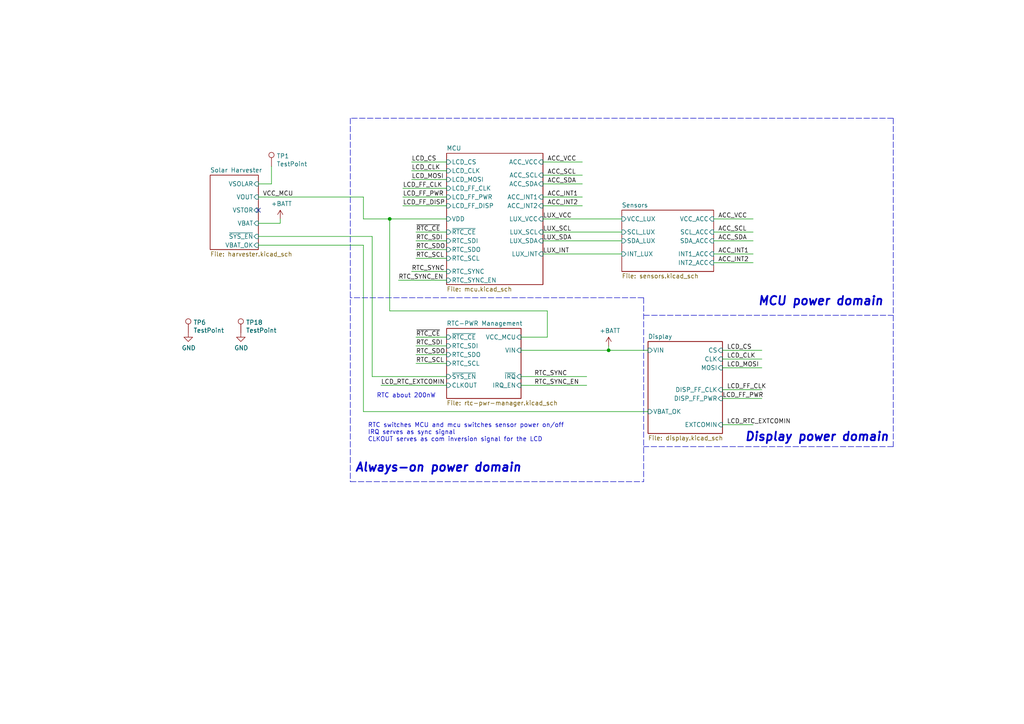
<source format=kicad_sch>
(kicad_sch (version 20211123) (generator eeschema)
  (paper "A4")
  (title_block (title "FreeBie-Mote") (date "2021-11-21") (rev "4.0") (company "TU Delft"))
  (lib_symbols
    (symbol "Connector:TestPoint" (pin_numbers hide) (pin_names (offset 0.762) hide)
      (property "Reference" "TP" (at 0 6.858 0))
      (property "Value" "TestPoint" (at 0 5.08 0))
      (symbol "TestPoint_0_1"
        (circle (center 0 3.302) (radius 0.762))
      )
      (symbol "TestPoint_1_1"
        (pin passive line (at 0 0 90) (length 2.54) (name "1") (number "1"))
      )
    )
    (symbol "power:+BATT" (power) (pin_names (offset 0))
      (property "Value" "+BATT" (at 0 3.556 0))
      (symbol "+BATT_0_1"
        (polyline (pts (xy -0.762 1.27) (xy 0 2.54)))
        (polyline (pts (xy 0 0) (xy 0 2.54)))
        (polyline (pts (xy 0 2.54) (xy 0.762 1.27)))
      )
      (symbol "+BATT_1_1"
        (pin power_in line (at 0 0 90) (length 0) hide (name "+BATT") (number "1"))
      )
    )
    (symbol "power:GND" (power) (pin_names (offset 0))
      (property "Value" "GND" (at 0 -3.81 0))
      (symbol "GND_0_1"
        (polyline (pts (xy 0 0) (xy 0 -1.27) (xy 1.27 -1.27) (xy 0 -2.54) (xy -1.27 -1.27) (xy 0 -1.27)))
      )
      (symbol "GND_1_1"
        (pin power_in line (at 0 0 270) (length 0) hide (name "GND") (number "1"))
      )
    )
  )
  (junction (at 113.03 63.5))
  (junction (at 176.53 101.6))
  (no_connect (at 74.93 60.96))
  (wire (pts (xy 129.54 72.39) (xy 120.65 72.39)))
  (wire (pts (xy 129.54 102.87) (xy 120.65 102.87)))
  (wire (pts (xy 209.55 113.03) (xy 220.98 113.03)))
  (wire (pts (xy 158.75 97.79) (xy 151.13 97.79)))
  (wire (pts (xy 209.55 101.6) (xy 220.98 101.6)))
  (wire (pts (xy 105.41 57.15) (xy 105.41 63.5)))
  (wire (pts (xy 157.48 63.5) (xy 180.34 63.5)))
  (wire (pts (xy 116.84 54.61) (xy 129.54 54.61)))
  (polyline (pts (xy 186.69 86.36) (xy 101.6 86.36)))
  (wire (pts (xy 180.34 73.66) (xy 157.48 73.66)))
  (wire (pts (xy 119.38 49.53) (xy 129.54 49.53)))
  (wire (pts (xy 129.54 100.33) (xy 120.65 100.33)))
  (wire (pts (xy 129.54 69.85) (xy 120.65 69.85)))
  (wire (pts (xy 207.01 73.66) (xy 218.44 73.66)))
  (wire (pts (xy 105.41 119.38) (xy 187.96 119.38)))
  (wire (pts (xy 113.03 90.17) (xy 158.75 90.17)))
  (wire (pts (xy 209.55 106.68) (xy 220.98 106.68)))
  (wire (pts (xy 74.93 57.15) (xy 105.41 57.15)))
  (wire (pts (xy 105.41 71.12) (xy 105.41 119.38)))
  (polyline (pts (xy 259.08 129.54) (xy 186.69 129.54)))
  (polyline (pts (xy 101.6 139.7) (xy 186.69 139.7)))
  (wire (pts (xy 207.01 67.31) (xy 218.44 67.31)))
  (wire (pts (xy 180.34 69.85) (xy 157.48 69.85)))
  (wire (pts (xy 157.48 53.34) (xy 168.91 53.34)))
  (wire (pts (xy 157.48 59.69) (xy 168.91 59.69)))
  (wire (pts (xy 157.48 46.99) (xy 168.91 46.99)))
  (wire (pts (xy 74.93 53.34) (xy 78.74 53.34)))
  (wire (pts (xy 74.93 68.58) (xy 107.95 68.58)))
  (wire (pts (xy 207.01 76.2) (xy 218.44 76.2)))
  (polyline (pts (xy 186.69 91.44) (xy 259.08 91.44)))
  (wire (pts (xy 129.54 57.15) (xy 116.84 57.15)))
  (wire (pts (xy 119.38 78.74) (xy 129.54 78.74)))
  (wire (pts (xy 74.93 64.77) (xy 81.28 64.77)))
  (wire (pts (xy 176.53 100.33) (xy 176.53 101.6)))
  (wire (pts (xy 180.34 67.31) (xy 157.48 67.31)))
  (wire (pts (xy 207.01 69.85) (xy 218.44 69.85)))
  (wire (pts (xy 119.38 52.07) (xy 129.54 52.07)))
  (wire (pts (xy 220.98 115.57) (xy 209.55 115.57)))
  (wire (pts (xy 74.93 71.12) (xy 105.41 71.12)))
  (wire (pts (xy 157.48 57.15) (xy 168.91 57.15)))
  (wire (pts (xy 151.13 109.22) (xy 170.18 109.22)))
  (polyline (pts (xy 186.69 86.36) (xy 186.69 139.7)))
  (wire (pts (xy 116.84 59.69) (xy 129.54 59.69)))
  (wire (pts (xy 129.54 81.28) (xy 115.57 81.28)))
  (wire (pts (xy 107.95 109.22) (xy 129.54 109.22)))
  (wire (pts (xy 113.03 63.5) (xy 129.54 63.5)))
  (wire (pts (xy 113.03 63.5) (xy 113.03 90.17)))
  (polyline (pts (xy 259.08 34.29) (xy 101.6 34.29)))
  (wire (pts (xy 209.55 123.19) (xy 218.44 123.19)))
  (wire (pts (xy 105.41 63.5) (xy 113.03 63.5)))
  (wire (pts (xy 129.54 67.31) (xy 120.65 67.31)))
  (wire (pts (xy 119.38 46.99) (xy 129.54 46.99)))
  (wire (pts (xy 207.01 63.5) (xy 218.44 63.5)))
  (wire (pts (xy 129.54 97.79) (xy 120.65 97.79)))
  (wire (pts (xy 129.54 74.93) (xy 120.65 74.93)))
  (wire (pts (xy 158.75 90.17) (xy 158.75 97.79)))
  (wire (pts (xy 157.48 50.8) (xy 168.91 50.8)))
  (wire (pts (xy 81.28 64.77) (xy 81.28 63.5)))
  (wire (pts (xy 170.18 111.76) (xy 151.13 111.76)))
  (wire (pts (xy 129.54 105.41) (xy 120.65 105.41)))
  (wire (pts (xy 187.96 101.6) (xy 176.53 101.6)))
  (wire (pts (xy 209.55 104.14) (xy 220.98 104.14)))
  (wire (pts (xy 78.74 53.34) (xy 78.74 48.26)))
  (wire (pts (xy 107.95 68.58) (xy 107.95 109.22)))
  (wire (pts (xy 151.13 101.6) (xy 176.53 101.6)))
  (wire (pts (xy 110.49 111.76) (xy 129.54 111.76)))
  (polyline (pts (xy 259.08 34.29) (xy 259.08 129.54)))
  (polyline (pts (xy 101.6 34.29) (xy 101.6 139.7)))
  (text "Display power domain" (at 215.9 128.27 0) (effects (font (size 2.4892 2.4892) (thickness 0.4978) bold italic) (justify left bottom)))
  (text "RTC about 200nW" (at 109.22 115.57 0) (effects (font (size 1.27 1.27)) (justify left bottom)))
  (text "Always-on power domain" (at 102.87 137.16 0) (effects (font (size 2.4892 2.4892) (thickness 0.4978) bold italic) (justify left bottom)))
  (text "RTC switches MCU and mcu switches sensor power on/off\nIRQ serves as sync signal\nCLKOUT serves as com inversion signal for the LCD" (at 106.68 128.27 0) (effects (font (size 1.27 1.27)) (justify left bottom)))
  (text "MCU power domain" (at 219.71 88.9 0) (effects (font (size 2.4892 2.4892) (thickness 0.4978) bold italic) (justify left bottom)))
  (label "RTC_SCL" (at 120.65 105.41 0))
  (label "RTC_SDO" (at 120.65 72.39 0))
  (label "LCD_FF_DISP" (at 116.84 59.69 0))
  (label "LCD_CLK" (at 210.82 104.14 0))
  (label "LCD_CLK" (at 119.38 49.53 0))
  (label "ACC_SCL" (at 158.75 50.8 0))
  (label "LUX_VCC" (at 157.48 63.5 0))
  (label "ACC_SCL" (at 208.28 67.31 0))
  (label "LCD_MOSI" (at 119.38 52.07 0))
  (label "LCD_FF_CLK" (at 210.82 113.03 0))
  (label "RTC_SDI" (at 120.65 69.85 0))
  (label "LCD_CS" (at 119.38 46.99 0))
  (label "ACC_INT1" (at 158.75 57.15 0))
  (label "LCD_RTC_EXTCOMIN" (at 110.49 111.76 0))
  (label "LCD_MOSI" (at 210.82 106.68 0))
  (label "LUX_INT" (at 157.48 73.66 0))
  (label "LCD_RTC_EXTCOMIN" (at 210.82 123.19 0))
  (label "LUX_SDA" (at 157.48 69.85 0))
  (label "ACC_INT2" (at 208.28 76.2 0))
  (label "~{RTC_CE}" (at 120.65 67.31 0))
  (label "RTC_SYNC_EN" (at 154.94 111.76 0))
  (label "RTC_SCL" (at 120.65 74.93 0))
  (label "VCC_MCU" (at 76.2 57.15 0))
  (label "LCD_FF_CLK" (at 116.84 54.61 0))
  (label "ACC_INT2" (at 158.75 59.69 0))
  (label "ACC_VCC" (at 208.28 63.5 0))
  (label "ACC_SDA" (at 208.28 69.85 0))
  (label "~{RTC_CE}" (at 120.65 97.79 0))
  (label "RTC_SYNC" (at 119.38 78.74 0))
  (label "LCD_FF_PWR" (at 116.84 57.15 0))
  (label "LUX_SCL" (at 157.48 67.31 0))
  (label "RTC_SDI" (at 120.65 100.33 0))
  (label "ACC_SDA" (at 158.75 53.34 0))
  (label "RTC_SDO" (at 120.65 102.87 0))
  (label "RTC_SYNC" (at 154.94 109.22 0))
  (label "ACC_VCC" (at 158.75 46.99 0))
  (label "ACC_INT1" (at 208.28 73.66 0))
  (label "LCD_FF_PWR" (at 209.55 115.57 0))
  (label "LCD_CS" (at 210.82 101.6 0))
  (label "RTC_SYNC_EN" (at 115.57 81.28 0))
  (symbol (lib_id "power:+BATT") (at 81.28 63.5 0) (unit 1)
    (property "Reference" "#PWR04" (effects hide))
    (property "Value" "+BATT" (at 81.661 59.1058 0))
  )
  (symbol (lib_id "Connector:TestPoint") (at 78.74 48.26 0) (unit 1)
    (property "Reference" "TP1" (at 80.2132 45.2628 0) (effects (justify left)))
    (property "Value" "TestPoint" (at 80.2132 47.5742 0) (effects (justify left)))
    (property "Footprint" "jaspers_footprints:SMOX_PCB_TESTPOINT" (effects hide))
    (property "MPN" "SMOX/060/B1/HT " (effects hide))
  )
  (symbol (lib_id "power:+BATT") (at 176.53 100.33 0) (unit 1)
    (property "Reference" "#PWR0106" (effects hide))
    (property "Value" "+BATT" (at 176.911 95.9358 0))
  )
  (symbol (lib_id "Connector:TestPoint") (at 69.85 96.52 0) (unit 1)
    (property "Reference" "TP18" (at 71.3232 93.5228 0) (effects (justify left)))
    (property "Value" "TestPoint" (at 71.3232 95.8342 0) (effects (justify left)))
    (property "Footprint" "jaspers_footprints:SMOX_PCB_TESTPOINT" (effects hide))
    (property "MPN" "SMOX/060/B1/HT " (effects hide))
  )
  (symbol (lib_id "power:GND") (at 69.85 96.52 0) (unit 1)
    (property "Reference" "#PWR01" (effects hide))
    (property "Value" "GND" (at 69.977 100.9142 0))
  )
  (symbol (lib_id "Connector:TestPoint") (at 54.61 96.52 0) (unit 1)
    (property "Reference" "TP6" (at 56.0832 93.5228 0) (effects (justify left)))
    (property "Value" "TestPoint" (at 56.0832 95.8342 0) (effects (justify left)))
    (property "Footprint" "jaspers_footprints:SMOX_PCB_TESTPOINT" (effects hide))
    (property "MPN" "SMOX/060/B1/HT " (effects hide))
  )
  (symbol (lib_id "power:GND") (at 54.61 96.52 0) (unit 1)
    (property "Reference" "#PWR02" (effects hide))
    (property "Value" "GND" (at 54.737 100.9142 0))
  )
  (sheet (at 187.96 99.06) (size 21.59 26.67)
    (property "Sheet name" "Display" (at 187.96 98.3484 0) (effects (justify left bottom)))
    (property "Sheet file" "display.kicad_sch" (at 187.96 126.3146 0) (effects (justify left top)))
    (pin "CLK" input (at 209.55 104.14 0))
    (pin "MOSI" input (at 209.55 106.68 0))
    (pin "VIN" input (at 187.96 101.6 180))
    (pin "CS" input (at 209.55 101.6 0))
    (pin "EXTCOMIN" input (at 209.55 123.19 0))
    (pin "DISP_FF_PWR" input (at 209.55 115.57 0))
    (pin "DISP_FF_CLK" input (at 209.55 113.03 0))
    (pin "VBAT_OK" input (at 187.96 119.38 180))
  )
  (sheet (at 129.54 95.25) (size 21.59 20.32)
    (property "Sheet name" "RTC-PWR Management" (at 129.54 94.5384 0) (effects (justify left bottom)))
    (property "Sheet file" "rtc-pwr-manager.kicad_sch" (at 129.54 116.1546 0) (effects (justify left top)))
    (pin "VIN" input (at 151.13 101.6 0))
    (pin "~{IRQ}" input (at 151.13 109.22 0))
    (pin "CLKOUT" input (at 129.54 111.76 180))
    (pin "IRQ_EN" input (at 151.13 111.76 0))
    (pin "RTC_SCL" input (at 129.54 105.41 180))
    (pin "RTC_SDI" input (at 129.54 100.33 180))
    (pin "RTC_SDO" input (at 129.54 102.87 180))
    (pin "~{RTC_CE}" input (at 129.54 97.79 180))
    (pin "~{SYS_EN}" input (at 129.54 109.22 180))
    (pin "VCC_MCU" input (at 151.13 97.79 0))
  )
  (sheet (at 180.34 60.96) (size 26.67 17.78)
    (property "Sheet name" "Sensors" (at 180.34 60.2484 0) (effects (justify left bottom)))
    (property "Sheet file" "sensors.kicad_sch" (at 180.34 79.3246 0) (effects (justify left top)))
    (pin "VCC_LUX" input (at 180.34 63.5 180))
    (pin "VCC_ACC" input (at 207.01 63.5 0))
    (pin "SCL_LUX" input (at 180.34 67.31 180))
    (pin "SDA_LUX" input (at 180.34 69.85 180))
    (pin "INT_LUX" input (at 180.34 73.66 180))
    (pin "SCL_ACC" input (at 207.01 67.31 0))
    (pin "SDA_ACC" input (at 207.01 69.85 0))
    (pin "INT1_ACC" input (at 207.01 73.66 0))
    (pin "INT2_ACC" input (at 207.01 76.2 0))
  )
  (sheet (at 129.54 44.45) (size 27.94 38.1)
    (property "Sheet name" "MCU" (at 129.54 43.7384 0) (effects (justify left bottom)))
    (property "Sheet file" "mcu.kicad_sch" (at 129.54 83.1346 0) (effects (justify left top)))
    (pin "ACC_SDA" input (at 157.48 53.34 0))
    (pin "ACC_SCL" input (at 157.48 50.8 0))
    (pin "LUX_SDA" input (at 157.48 69.85 0))
    (pin "LUX_SCL" input (at 157.48 67.31 0))
    (pin "LUX_INT" input (at 157.48 73.66 0))
    (pin "LUX_VCC" input (at 157.48 63.5 0))
    (pin "ACC_VCC" input (at 157.48 46.99 0))
    (pin "ACC_INT1" input (at 157.48 57.15 0))
    (pin "ACC_INT2" input (at 157.48 59.69 0))
    (pin "LCD_CS" input (at 129.54 46.99 180))
    (pin "LCD_CLK" input (at 129.54 49.53 180))
    (pin "LCD_MOSI" input (at 129.54 52.07 180))
    (pin "RTC_SCL" input (at 129.54 74.93 180))
    (pin "VDD" input (at 129.54 63.5 180))
    (pin "LCD_FF_CLK" input (at 129.54 54.61 180))
    (pin "LCD_FF_PWR" input (at 129.54 57.15 180))
    (pin "LCD_FF_DISP" input (at 129.54 59.69 180))
    (pin "RTC_SYNC" input (at 129.54 78.74 180))
    (pin "RTC_SYNC_EN" input (at 129.54 81.28 180))
    (pin "RTC_SDO" input (at 129.54 72.39 180))
    (pin "RTC_SDI" input (at 129.54 69.85 180))
    (pin "~{RTC_CE}" input (at 129.54 67.31 180))
  )
  (sheet (at 60.96 50.8) (size 13.97 21.59)
    (property "Sheet name" "Solar Harvester" (at 60.96 50.0884 0) (effects (justify left bottom)))
    (property "Sheet file" "harvester.kicad_sch" (at 60.96 72.9746 0) (effects (justify left top)))
    (pin "VOUT" input (at 74.93 57.15 0))
    (pin "VSTOR" input (at 74.93 60.96 0))
    (pin "VBAT" input (at 74.93 64.77 0))
    (pin "VSOLAR" input (at 74.93 53.34 0))
    (pin "~{SYS_EN}" input (at 74.93 68.58 0))
    (pin "VBAT_OK" input (at 74.93 71.12 0))
  )
)
</source>
